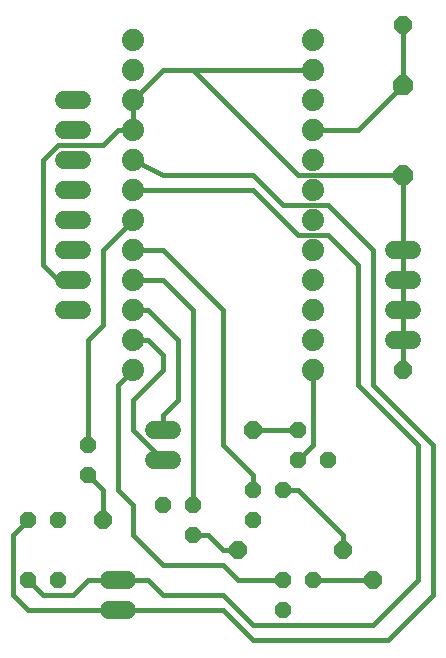
<source format=gbl>
G75*
%MOIN*%
%OFA0B0*%
%FSLAX25Y25*%
%IPPOS*%
%LPD*%
%AMOC8*
5,1,8,0,0,1.08239X$1,22.5*
%
%ADD10C,0.07400*%
%ADD11OC8,0.06600*%
%ADD12OC8,0.06000*%
%ADD13C,0.06000*%
%ADD14OC8,0.05200*%
%ADD15C,0.01600*%
D10*
X0046800Y0131500D03*
X0046800Y0141500D03*
X0046800Y0151500D03*
X0046800Y0161500D03*
X0046800Y0171500D03*
X0046800Y0181500D03*
X0046800Y0191500D03*
X0046800Y0201500D03*
X0046800Y0211500D03*
X0046800Y0221500D03*
X0046800Y0231500D03*
X0046800Y0241500D03*
X0106800Y0241500D03*
X0106800Y0231500D03*
X0106800Y0221500D03*
X0106800Y0211500D03*
X0106800Y0201500D03*
X0106800Y0191500D03*
X0106800Y0181500D03*
X0106800Y0171500D03*
X0106800Y0161500D03*
X0106800Y0151500D03*
X0106800Y0141500D03*
X0106800Y0131500D03*
D11*
X0136800Y0196500D03*
X0136800Y0226500D03*
D12*
X0136800Y0246500D03*
X0136800Y0131500D03*
X0116800Y0071500D03*
X0126800Y0061500D03*
X0086800Y0111500D03*
X0081800Y0071500D03*
X0036800Y0081500D03*
D13*
X0038800Y0061500D02*
X0044800Y0061500D01*
X0044800Y0051500D02*
X0038800Y0051500D01*
X0053800Y0101500D02*
X0059800Y0101500D01*
X0059800Y0111500D02*
X0053800Y0111500D01*
X0029800Y0151500D02*
X0023800Y0151500D01*
X0023800Y0161500D02*
X0029800Y0161500D01*
X0029800Y0171500D02*
X0023800Y0171500D01*
X0023800Y0181500D02*
X0029800Y0181500D01*
X0029800Y0191500D02*
X0023800Y0191500D01*
X0023800Y0201500D02*
X0029800Y0201500D01*
X0029800Y0211500D02*
X0023800Y0211500D01*
X0023800Y0221500D02*
X0029800Y0221500D01*
X0133800Y0171500D02*
X0139800Y0171500D01*
X0139800Y0161500D02*
X0133800Y0161500D01*
X0133800Y0151500D02*
X0139800Y0151500D01*
X0139800Y0141500D02*
X0133800Y0141500D01*
D14*
X0111800Y0101500D03*
X0101800Y0101500D03*
X0101800Y0111500D03*
X0096800Y0091500D03*
X0086800Y0091500D03*
X0086800Y0081500D03*
X0096800Y0061500D03*
X0096800Y0051500D03*
X0106800Y0061500D03*
X0066800Y0076500D03*
X0066800Y0086500D03*
X0056800Y0086500D03*
X0031800Y0096500D03*
X0031800Y0106500D03*
X0021800Y0081500D03*
X0011800Y0081500D03*
X0011800Y0061500D03*
X0021800Y0061500D03*
D15*
X0011800Y0051500D02*
X0006800Y0056500D01*
X0006800Y0076500D01*
X0011800Y0081500D01*
X0011800Y0061500D02*
X0016800Y0056500D01*
X0026800Y0056500D01*
X0031800Y0061500D01*
X0041800Y0061500D01*
X0051800Y0061500D01*
X0056800Y0056500D01*
X0076800Y0056500D01*
X0086800Y0046500D01*
X0126800Y0046500D01*
X0141800Y0061500D01*
X0141800Y0106500D01*
X0121800Y0126500D01*
X0121800Y0166500D01*
X0111800Y0176500D01*
X0101800Y0176500D01*
X0086800Y0191500D01*
X0046800Y0191500D01*
X0046800Y0181500D02*
X0036800Y0171500D01*
X0036800Y0146500D01*
X0031800Y0141500D01*
X0031800Y0106500D01*
X0031800Y0096500D02*
X0036800Y0091500D01*
X0036800Y0081500D01*
X0041800Y0091500D02*
X0046800Y0086500D01*
X0046800Y0076500D01*
X0056800Y0066500D01*
X0076800Y0066500D01*
X0081800Y0061500D01*
X0096800Y0061500D01*
X0106800Y0061500D02*
X0126800Y0061500D01*
X0116800Y0071500D02*
X0116800Y0076500D01*
X0101800Y0091500D01*
X0096800Y0091500D01*
X0101800Y0101500D02*
X0106800Y0106500D01*
X0106800Y0131500D01*
X0101800Y0111500D02*
X0086800Y0111500D01*
X0076800Y0106500D02*
X0086800Y0096500D01*
X0086800Y0091500D01*
X0076800Y0106500D02*
X0076800Y0151500D01*
X0056800Y0171500D01*
X0046800Y0171500D01*
X0046800Y0161500D02*
X0056800Y0161500D01*
X0066800Y0151500D01*
X0066800Y0086500D01*
X0066800Y0076500D02*
X0071800Y0076500D01*
X0076800Y0071500D01*
X0081800Y0071500D01*
X0076800Y0051500D02*
X0041800Y0051500D01*
X0011800Y0051500D01*
X0041800Y0091500D02*
X0041800Y0126500D01*
X0046800Y0131500D01*
X0046800Y0141500D02*
X0051800Y0141500D01*
X0056800Y0136500D01*
X0056800Y0131500D01*
X0046800Y0121500D01*
X0046800Y0111500D01*
X0056800Y0101500D01*
X0056800Y0111500D02*
X0056800Y0116500D01*
X0061800Y0121500D01*
X0061800Y0141500D01*
X0051800Y0151500D01*
X0046800Y0151500D01*
X0026800Y0161500D02*
X0021800Y0161500D01*
X0016800Y0166500D01*
X0016800Y0201500D01*
X0021800Y0206500D01*
X0036800Y0206500D01*
X0041800Y0211500D01*
X0046800Y0211500D01*
X0046800Y0221500D01*
X0056800Y0231500D01*
X0066800Y0231500D01*
X0101800Y0196500D01*
X0136800Y0196500D01*
X0136800Y0131500D01*
X0126800Y0126500D02*
X0146800Y0106500D01*
X0146800Y0056500D01*
X0131800Y0041500D01*
X0086800Y0041500D01*
X0076800Y0051500D01*
X0126800Y0126500D02*
X0126800Y0171500D01*
X0111800Y0186500D01*
X0096800Y0186500D01*
X0086800Y0196500D01*
X0056800Y0196500D01*
X0046800Y0201500D01*
X0066800Y0231500D02*
X0106800Y0231500D01*
X0106800Y0211500D02*
X0121800Y0211500D01*
X0136800Y0226500D01*
X0136800Y0246500D01*
M02*

</source>
